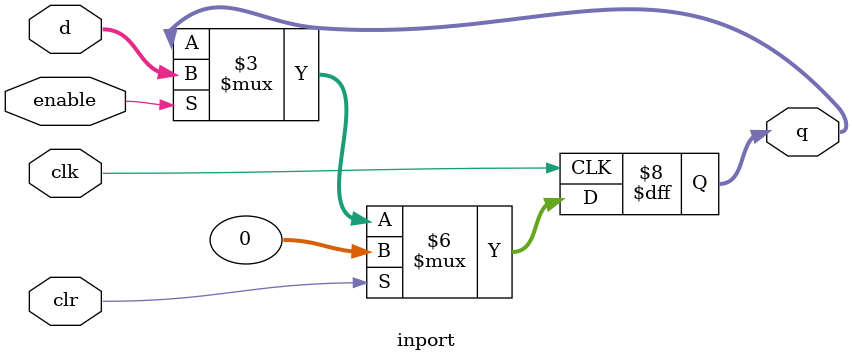
<source format=v>
module outport(
    input wire clk,         // clock signal
    input wire clr,         // clear signal
    input wire enable,      // write/enable signal
    input wire [31:0] d,    // 32-bit input from bus
    output reg [31:0] q     // 32-bit output to output unit
);

	// Initialize output to 0
	initial q = 0;

	// Register behavior
	always @ (posedge clk) begin
		if (clr)
			q <= 0;
		else if (enable)
			q <= d;
	end

endmodule

module inport(
    input wire clk,         // clock signal
    input wire clr,         // clear signal
    input wire enable,      // write/enable signal
    input wire [31:0] d,    // 32-bit input from input device
    output reg [31:0] q     // 32-bit output to bus
);

	// Initialize output to 0
	initial q = 0;

	// Register behavior
	always @ (posedge clk) begin
		if (clr)
			q <= 0;
		else if (enable)
			q <= d;
	end

endmodule
</source>
